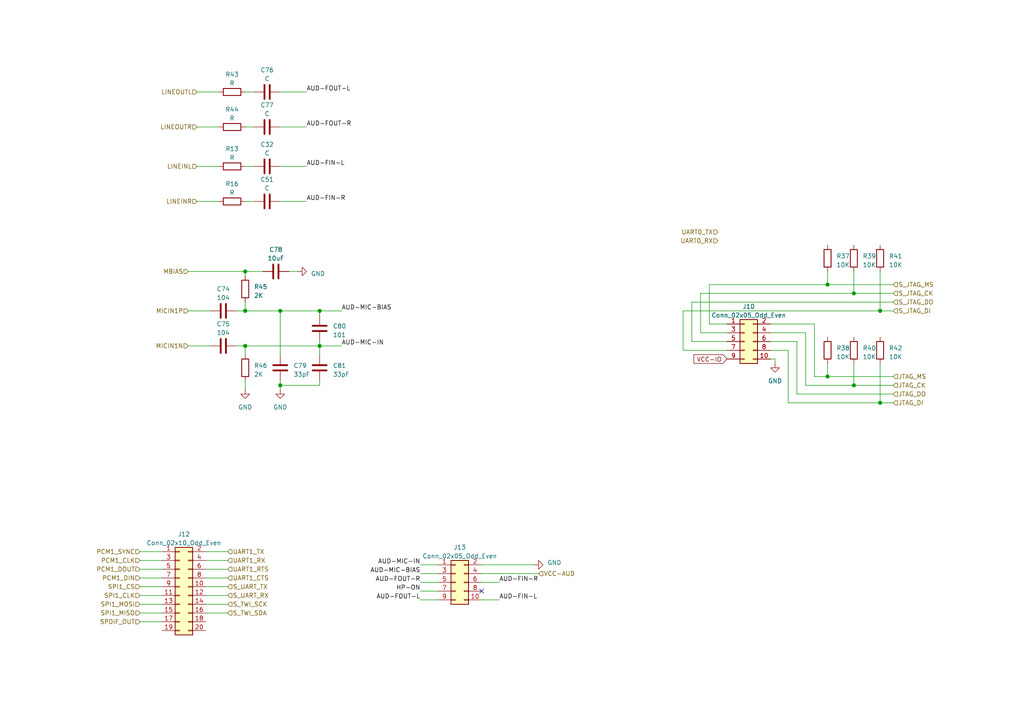
<source format=kicad_sch>
(kicad_sch (version 20210406) (generator eeschema)
  (paper "A4")
  (lib_symbols
    (symbol "Connector_Generic:Conn_02x05_Odd_Even" (pin_names (offset 1.016) hide)
      (property "Reference" "J" (at 1.27 7.62 0))
      (property "Value" "Conn_02x05_Odd_Even" (at 1.27 -7.62 0))
      (symbol "Conn_02x05_Odd_Even_1_1"
        (rectangle (start -1.27 -4.953) (end 0 -5.207) (stroke (width 0.1524)))
        (rectangle (start -1.27 -2.413) (end 0 -2.667) (stroke (width 0.1524)))
        (rectangle (start -1.27 0.127) (end 0 -0.127) (stroke (width 0.1524)))
        (rectangle (start -1.27 2.667) (end 0 2.413) (stroke (width 0.1524)))
        (rectangle (start -1.27 5.207) (end 0 4.953) (stroke (width 0.1524)))
        (rectangle (start 3.81 -4.953) (end 2.54 -5.207) (stroke (width 0.1524)))
        (rectangle (start 3.81 -2.413) (end 2.54 -2.667) (stroke (width 0.1524)))
        (rectangle (start 3.81 0.127) (end 2.54 -0.127) (stroke (width 0.1524)))
        (rectangle (start 3.81 2.667) (end 2.54 2.413) (stroke (width 0.1524)))
        (rectangle (start 3.81 5.207) (end 2.54 4.953) (stroke (width 0.1524)))
        (rectangle (start -1.27 6.35) (end 3.81 -6.35) (stroke (width 0.254)) (fill (type background)))
        (pin passive line (at -5.08 5.08 0) (length 3.81) (name "Pin_1") (number "1"))
        (pin passive line (at 7.62 -5.08 180) (length 3.81) (name "Pin_10") (number "10"))
        (pin passive line (at 7.62 5.08 180) (length 3.81) (name "Pin_2") (number "2"))
        (pin passive line (at -5.08 2.54 0) (length 3.81) (name "Pin_3") (number "3"))
        (pin passive line (at 7.62 2.54 180) (length 3.81) (name "Pin_4") (number "4"))
        (pin passive line (at -5.08 0 0) (length 3.81) (name "Pin_5") (number "5"))
        (pin passive line (at 7.62 0 180) (length 3.81) (name "Pin_6") (number "6"))
        (pin passive line (at -5.08 -2.54 0) (length 3.81) (name "Pin_7") (number "7"))
        (pin passive line (at 7.62 -2.54 180) (length 3.81) (name "Pin_8") (number "8"))
        (pin passive line (at -5.08 -5.08 0) (length 3.81) (name "Pin_9") (number "9"))
      )
    )
    (symbol "Connector_Generic:Conn_02x10_Odd_Even" (pin_names (offset 1.016) hide)
      (property "Reference" "J" (at 1.27 12.7 0))
      (property "Value" "Conn_02x10_Odd_Even" (at 1.27 -15.24 0))
      (symbol "Conn_02x10_Odd_Even_1_1"
        (rectangle (start -1.27 -12.573) (end 0 -12.827) (stroke (width 0.1524)))
        (rectangle (start -1.27 -10.033) (end 0 -10.287) (stroke (width 0.1524)))
        (rectangle (start -1.27 -7.493) (end 0 -7.747) (stroke (width 0.1524)))
        (rectangle (start -1.27 -4.953) (end 0 -5.207) (stroke (width 0.1524)))
        (rectangle (start -1.27 -2.413) (end 0 -2.667) (stroke (width 0.1524)))
        (rectangle (start -1.27 0.127) (end 0 -0.127) (stroke (width 0.1524)))
        (rectangle (start -1.27 2.667) (end 0 2.413) (stroke (width 0.1524)))
        (rectangle (start -1.27 5.207) (end 0 4.953) (stroke (width 0.1524)))
        (rectangle (start -1.27 7.747) (end 0 7.493) (stroke (width 0.1524)))
        (rectangle (start -1.27 10.287) (end 0 10.033) (stroke (width 0.1524)))
        (rectangle (start 3.81 -12.573) (end 2.54 -12.827) (stroke (width 0.1524)))
        (rectangle (start 3.81 -10.033) (end 2.54 -10.287) (stroke (width 0.1524)))
        (rectangle (start 3.81 -7.493) (end 2.54 -7.747) (stroke (width 0.1524)))
        (rectangle (start 3.81 -4.953) (end 2.54 -5.207) (stroke (width 0.1524)))
        (rectangle (start 3.81 -2.413) (end 2.54 -2.667) (stroke (width 0.1524)))
        (rectangle (start 3.81 0.127) (end 2.54 -0.127) (stroke (width 0.1524)))
        (rectangle (start 3.81 2.667) (end 2.54 2.413) (stroke (width 0.1524)))
        (rectangle (start 3.81 5.207) (end 2.54 4.953) (stroke (width 0.1524)))
        (rectangle (start 3.81 7.747) (end 2.54 7.493) (stroke (width 0.1524)))
        (rectangle (start 3.81 10.287) (end 2.54 10.033) (stroke (width 0.1524)))
        (rectangle (start -1.27 11.43) (end 3.81 -13.97) (stroke (width 0.254)) (fill (type background)))
        (pin passive line (at -5.08 10.16 0) (length 3.81) (name "Pin_1") (number "1"))
        (pin passive line (at 7.62 0 180) (length 3.81) (name "Pin_10") (number "10"))
        (pin passive line (at -5.08 -2.54 0) (length 3.81) (name "Pin_11") (number "11"))
        (pin passive line (at 7.62 -2.54 180) (length 3.81) (name "Pin_12") (number "12"))
        (pin passive line (at -5.08 -5.08 0) (length 3.81) (name "Pin_13") (number "13"))
        (pin passive line (at 7.62 -5.08 180) (length 3.81) (name "Pin_14") (number "14"))
        (pin passive line (at -5.08 -7.62 0) (length 3.81) (name "Pin_15") (number "15"))
        (pin passive line (at 7.62 -7.62 180) (length 3.81) (name "Pin_16") (number "16"))
        (pin passive line (at -5.08 -10.16 0) (length 3.81) (name "Pin_17") (number "17"))
        (pin passive line (at 7.62 -10.16 180) (length 3.81) (name "Pin_18") (number "18"))
        (pin passive line (at -5.08 -12.7 0) (length 3.81) (name "Pin_19") (number "19"))
        (pin passive line (at 7.62 10.16 180) (length 3.81) (name "Pin_2") (number "2"))
        (pin passive line (at 7.62 -12.7 180) (length 3.81) (name "Pin_20") (number "20"))
        (pin passive line (at -5.08 7.62 0) (length 3.81) (name "Pin_3") (number "3"))
        (pin passive line (at 7.62 7.62 180) (length 3.81) (name "Pin_4") (number "4"))
        (pin passive line (at -5.08 5.08 0) (length 3.81) (name "Pin_5") (number "5"))
        (pin passive line (at 7.62 5.08 180) (length 3.81) (name "Pin_6") (number "6"))
        (pin passive line (at -5.08 2.54 0) (length 3.81) (name "Pin_7") (number "7"))
        (pin passive line (at 7.62 2.54 180) (length 3.81) (name "Pin_8") (number "8"))
        (pin passive line (at -5.08 0 0) (length 3.81) (name "Pin_9") (number "9"))
      )
    )
    (symbol "Device:C" (pin_numbers hide) (pin_names (offset 0.254))
      (property "Reference" "C" (at 0.635 2.54 0))
      (property "Value" "C" (at 0.635 -2.54 0))
      (symbol "C_0_1"
        (polyline (pts (xy -2.032 -0.762) (xy 2.032 -0.762)) (stroke (width 0.508)))
        (polyline (pts (xy -2.032 0.762) (xy 2.032 0.762)) (stroke (width 0.508)))
      )
      (symbol "C_1_1"
        (pin passive line (at 0 3.81 270) (length 2.794) (name "~") (number "1"))
        (pin passive line (at 0 -3.81 90) (length 2.794) (name "~") (number "2"))
      )
    )
    (symbol "Device:R" (pin_numbers hide) (pin_names (offset 0))
      (property "Reference" "R" (at 2.032 0 90))
      (property "Value" "R" (at 0 0 90))
      (symbol "R_0_1"
        (rectangle (start -1.016 -2.54) (end 1.016 2.54) (stroke (width 0.254)))
      )
      (symbol "R_1_1"
        (pin passive line (at 0 3.81 270) (length 1.27) (name "~") (number "1"))
        (pin passive line (at 0 -3.81 90) (length 1.27) (name "~") (number "2"))
      )
    )
    (symbol "power:GND" (power) (pin_names (offset 0))
      (property "Value" "GND" (at 0 -3.81 0))
      (symbol "GND_0_1"
        (polyline (pts (xy 0 0) (xy 0 -1.27) (xy 1.27 -1.27) (xy 0 -2.54) (xy -1.27 -1.27) (xy 0 -1.27)))
      )
      (symbol "GND_1_1"
        (pin power_in line (at 0 0 270) (length 0) hide (name "GND") (number "1"))
      )
    )
  )
  (junction (at 71.12 78.74) (diameter 1.016))
  (junction (at 71.12 90.17) (diameter 1.016))
  (junction (at 71.12 100.33) (diameter 1.016))
  (junction (at 81.28 90.17) (diameter 1.016))
  (junction (at 81.28 111.76) (diameter 1.016))
  (junction (at 92.71 90.17) (diameter 1.016))
  (junction (at 92.71 100.33) (diameter 1.016))
  (junction (at 240.03 82.55) (diameter 1.016))
  (junction (at 240.03 109.22) (diameter 1.016))
  (junction (at 247.65 85.09) (diameter 1.016))
  (junction (at 247.65 111.76) (diameter 1.016))
  (junction (at 255.27 90.17) (diameter 1.016))
  (junction (at 255.27 116.84) (diameter 1.016))
  (no_connect (at 139.7 171.45))
  (wire (pts (xy 40.64 160.02) (xy 46.99 160.02)))
  (wire (pts (xy 40.64 162.56) (xy 46.99 162.56)))
  (wire (pts (xy 40.64 165.1) (xy 46.99 165.1)))
  (wire (pts (xy 40.64 167.64) (xy 46.99 167.64)))
  (wire (pts (xy 40.64 170.18) (xy 46.99 170.18)))
  (wire (pts (xy 40.64 172.72) (xy 46.99 172.72)))
  (wire (pts (xy 40.64 175.26) (xy 46.99 175.26)))
  (wire (pts (xy 40.64 177.8) (xy 46.99 177.8)))
  (wire (pts (xy 40.64 180.34) (xy 46.99 180.34)))
  (wire (pts (xy 54.61 78.74) (xy 71.12 78.74)))
  (wire (pts (xy 54.61 90.17) (xy 60.96 90.17)))
  (wire (pts (xy 54.61 100.33) (xy 60.96 100.33)))
  (wire (pts (xy 57.15 26.67) (xy 63.5 26.67)))
  (wire (pts (xy 57.15 36.83) (xy 63.5 36.83)))
  (wire (pts (xy 57.15 48.26) (xy 63.5 48.26)))
  (wire (pts (xy 57.15 58.42) (xy 63.5 58.42)))
  (wire (pts (xy 66.04 160.02) (xy 59.69 160.02)))
  (wire (pts (xy 66.04 162.56) (xy 59.69 162.56)))
  (wire (pts (xy 66.04 165.1) (xy 59.69 165.1)))
  (wire (pts (xy 66.04 167.64) (xy 59.69 167.64)))
  (wire (pts (xy 66.04 170.18) (xy 59.69 170.18)))
  (wire (pts (xy 66.04 172.72) (xy 59.69 172.72)))
  (wire (pts (xy 66.04 175.26) (xy 59.69 175.26)))
  (wire (pts (xy 66.04 177.8) (xy 59.69 177.8)))
  (wire (pts (xy 68.58 90.17) (xy 71.12 90.17)))
  (wire (pts (xy 68.58 100.33) (xy 71.12 100.33)))
  (wire (pts (xy 71.12 78.74) (xy 71.12 80.01)))
  (wire (pts (xy 71.12 87.63) (xy 71.12 90.17)))
  (wire (pts (xy 71.12 90.17) (xy 81.28 90.17)))
  (wire (pts (xy 71.12 100.33) (xy 71.12 102.87)))
  (wire (pts (xy 71.12 100.33) (xy 92.71 100.33)))
  (wire (pts (xy 71.12 113.03) (xy 71.12 110.49)))
  (wire (pts (xy 73.66 26.67) (xy 71.12 26.67)))
  (wire (pts (xy 73.66 36.83) (xy 71.12 36.83)))
  (wire (pts (xy 73.66 48.26) (xy 71.12 48.26)))
  (wire (pts (xy 73.66 58.42) (xy 71.12 58.42)))
  (wire (pts (xy 76.2 78.74) (xy 71.12 78.74)))
  (wire (pts (xy 81.28 90.17) (xy 81.28 102.87)))
  (wire (pts (xy 81.28 90.17) (xy 92.71 90.17)))
  (wire (pts (xy 81.28 111.76) (xy 81.28 110.49)))
  (wire (pts (xy 81.28 111.76) (xy 92.71 111.76)))
  (wire (pts (xy 81.28 113.03) (xy 81.28 111.76)))
  (wire (pts (xy 86.36 78.74) (xy 83.82 78.74)))
  (wire (pts (xy 88.9 26.67) (xy 81.28 26.67)))
  (wire (pts (xy 88.9 36.83) (xy 81.28 36.83)))
  (wire (pts (xy 88.9 48.26) (xy 81.28 48.26)))
  (wire (pts (xy 88.9 58.42) (xy 81.28 58.42)))
  (wire (pts (xy 92.71 90.17) (xy 92.71 91.44)))
  (wire (pts (xy 92.71 90.17) (xy 99.06 90.17)))
  (wire (pts (xy 92.71 99.06) (xy 92.71 100.33)))
  (wire (pts (xy 92.71 100.33) (xy 92.71 102.87)))
  (wire (pts (xy 92.71 100.33) (xy 99.06 100.33)))
  (wire (pts (xy 92.71 111.76) (xy 92.71 110.49)))
  (wire (pts (xy 121.92 163.83) (xy 127 163.83)))
  (wire (pts (xy 121.92 166.37) (xy 127 166.37)))
  (wire (pts (xy 121.92 168.91) (xy 127 168.91)))
  (wire (pts (xy 121.92 171.45) (xy 127 171.45)))
  (wire (pts (xy 121.92 173.99) (xy 127 173.99)))
  (wire (pts (xy 144.78 168.91) (xy 139.7 168.91)))
  (wire (pts (xy 144.78 173.99) (xy 139.7 173.99)))
  (wire (pts (xy 154.94 163.83) (xy 139.7 163.83)))
  (wire (pts (xy 156.21 166.37) (xy 139.7 166.37)))
  (wire (pts (xy 198.12 90.17) (xy 198.12 101.6)))
  (wire (pts (xy 198.12 90.17) (xy 255.27 90.17)))
  (wire (pts (xy 198.12 101.6) (xy 210.82 101.6)))
  (wire (pts (xy 200.66 87.63) (xy 200.66 99.06)))
  (wire (pts (xy 200.66 87.63) (xy 259.08 87.63)))
  (wire (pts (xy 200.66 99.06) (xy 210.82 99.06)))
  (wire (pts (xy 203.2 85.09) (xy 203.2 96.52)))
  (wire (pts (xy 203.2 85.09) (xy 247.65 85.09)))
  (wire (pts (xy 203.2 96.52) (xy 210.82 96.52)))
  (wire (pts (xy 205.74 82.55) (xy 205.74 93.98)))
  (wire (pts (xy 205.74 82.55) (xy 240.03 82.55)))
  (wire (pts (xy 205.74 93.98) (xy 210.82 93.98)))
  (wire (pts (xy 223.52 96.52) (xy 233.68 96.52)))
  (wire (pts (xy 223.52 99.06) (xy 231.14 99.06)))
  (wire (pts (xy 223.52 101.6) (xy 228.6 101.6)))
  (wire (pts (xy 223.52 104.14) (xy 224.79 104.14)))
  (wire (pts (xy 224.79 104.14) (xy 224.79 105.41)))
  (wire (pts (xy 228.6 101.6) (xy 228.6 116.84)))
  (wire (pts (xy 228.6 116.84) (xy 255.27 116.84)))
  (wire (pts (xy 231.14 99.06) (xy 231.14 114.3)))
  (wire (pts (xy 231.14 114.3) (xy 259.08 114.3)))
  (wire (pts (xy 233.68 96.52) (xy 233.68 111.76)))
  (wire (pts (xy 233.68 111.76) (xy 247.65 111.76)))
  (wire (pts (xy 236.22 93.98) (xy 223.52 93.98)))
  (wire (pts (xy 236.22 109.22) (xy 236.22 93.98)))
  (wire (pts (xy 240.03 78.74) (xy 240.03 82.55)))
  (wire (pts (xy 240.03 105.41) (xy 240.03 109.22)))
  (wire (pts (xy 240.03 109.22) (xy 236.22 109.22)))
  (wire (pts (xy 247.65 78.74) (xy 247.65 85.09)))
  (wire (pts (xy 247.65 105.41) (xy 247.65 111.76)))
  (wire (pts (xy 255.27 78.74) (xy 255.27 90.17)))
  (wire (pts (xy 255.27 105.41) (xy 255.27 116.84)))
  (wire (pts (xy 259.08 82.55) (xy 240.03 82.55)))
  (wire (pts (xy 259.08 85.09) (xy 247.65 85.09)))
  (wire (pts (xy 259.08 90.17) (xy 255.27 90.17)))
  (wire (pts (xy 259.08 109.22) (xy 240.03 109.22)))
  (wire (pts (xy 259.08 111.76) (xy 247.65 111.76)))
  (wire (pts (xy 259.08 116.84) (xy 255.27 116.84)))
  (label "AUD-FOUT-L" (at 88.9 26.67 0))
  (label "AUD-FOUT-R" (at 88.9 36.83 0))
  (label "AUD-FIN-L" (at 88.9 48.26 0))
  (label "AUD-FIN-R" (at 88.9 58.42 0))
  (label "AUD-MIC-BIAS" (at 99.06 90.17 0))
  (label "AUD-MIC-IN" (at 99.06 100.33 0))
  (label "AUD-MIC-IN" (at 121.92 163.83 180))
  (label "AUD-MIC-BIAS" (at 121.92 166.37 180))
  (label "AUD-FOUT-R" (at 121.92 168.91 180))
  (label "HP-ON" (at 121.92 171.45 180))
  (label "AUD-FOUT-L" (at 121.92 173.99 180))
  (label "AUD-FIN-R" (at 144.78 168.91 0))
  (label "AUD-FIN-L" (at 144.78 173.99 0))
  (global_label "VCC-IO" (shape input) (at 210.82 104.14 180) (property "Intersheet References" "${INTERSHEET_REFS}" (effects hide)))
  (hierarchical_label "PCM1_SYNC" (shape input) (at 40.64 160.02 180))
  (hierarchical_label "PCM1_CLK" (shape input) (at 40.64 162.56 180))
  (hierarchical_label "PCM1_DOUT" (shape input) (at 40.64 165.1 180))
  (hierarchical_label "PCM1_DIN" (shape input) (at 40.64 167.64 180))
  (hierarchical_label "SPI1_CS" (shape input) (at 40.64 170.18 180))
  (hierarchical_label "SPI1_CLK" (shape input) (at 40.64 172.72 180))
  (hierarchical_label "SPI1_MOSI" (shape input) (at 40.64 175.26 180))
  (hierarchical_label "SPI1_MISO" (shape input) (at 40.64 177.8 180))
  (hierarchical_label "SPDIF_OUT" (shape input) (at 40.64 180.34 180))
  (hierarchical_label "MBIAS" (shape input) (at 54.61 78.74 180))
  (hierarchical_label "MICIN1P" (shape input) (at 54.61 90.17 180))
  (hierarchical_label "MICIN1N" (shape input) (at 54.61 100.33 180))
  (hierarchical_label "LINEOUTL" (shape input) (at 57.15 26.67 180))
  (hierarchical_label "LINEOUTR" (shape input) (at 57.15 36.83 180))
  (hierarchical_label "LINEINL" (shape input) (at 57.15 48.26 180))
  (hierarchical_label "LINEINR" (shape input) (at 57.15 58.42 180))
  (hierarchical_label "UART1_TX" (shape input) (at 66.04 160.02 0))
  (hierarchical_label "UART1_RX" (shape input) (at 66.04 162.56 0))
  (hierarchical_label "UART1_RTS" (shape input) (at 66.04 165.1 0))
  (hierarchical_label "UART1_CTS" (shape input) (at 66.04 167.64 0))
  (hierarchical_label "S_UART_TX" (shape input) (at 66.04 170.18 0))
  (hierarchical_label "S_UART_RX" (shape input) (at 66.04 172.72 0))
  (hierarchical_label "S_TWI_SCK" (shape input) (at 66.04 175.26 0))
  (hierarchical_label "S_TWI_SDA" (shape input) (at 66.04 177.8 0))
  (hierarchical_label "VCC-AUD" (shape input) (at 156.21 166.37 0))
  (hierarchical_label "UART0_TX" (shape input) (at 208.28 67.31 180))
  (hierarchical_label "UART0_RX" (shape input) (at 208.28 69.85 180))
  (hierarchical_label "S_JTAG_MS" (shape input) (at 259.08 82.55 0))
  (hierarchical_label "S_JTAG_CK" (shape input) (at 259.08 85.09 0))
  (hierarchical_label "S_JTAG_DO" (shape input) (at 259.08 87.63 0))
  (hierarchical_label "S_JTAG_DI" (shape input) (at 259.08 90.17 0))
  (hierarchical_label "JTAG_MS" (shape input) (at 259.08 109.22 0))
  (hierarchical_label "JTAG_CK" (shape input) (at 259.08 111.76 0))
  (hierarchical_label "JTAG_DO" (shape input) (at 259.08 114.3 0))
  (hierarchical_label "JTAG_DI" (shape input) (at 259.08 116.84 0))
  (symbol (lib_id "power:GND") (at 71.12 113.03 0) (unit 1)
    (property "Reference" "#PWR0207" (effects hide))
    (property "Value" "GND" (at 71.12 118.11 0))
  )
  (symbol (lib_id "power:GND") (at 81.28 113.03 0) (unit 1)
    (property "Reference" "#PWR0199" (effects hide))
    (property "Value" "GND" (at 81.28 118.11 0))
  )
  (symbol (lib_id "power:GND") (at 86.36 78.74 90) (unit 1)
    (property "Reference" "#PWR0210" (effects hide))
    (property "Value" "GND" (at 90.17 79.3749 90) (effects (justify right)))
  )
  (symbol (lib_id "power:GND") (at 154.94 163.83 90) (unit 1)
    (property "Reference" "#PWR0208" (effects hide))
    (property "Value" "GND" (at 158.75 163.1949 90) (effects (justify right)))
  )
  (symbol (lib_id "power:GND") (at 224.79 105.41 0) (unit 1)
    (property "Reference" "#PWR0198" (effects hide))
    (property "Value" "GND" (at 224.79 110.49 0))
  )
  (symbol (lib_id "Device:R") (at 67.31 26.67 90) (unit 1)
    (property "Reference" "R43" (at 67.31 21.59 90))
    (property "Value" "R" (at 67.31 24.13 90))
    (property "Footprint" "Resistor_SMD:R_0402_1005Metric" (effects hide))
  )
  (symbol (lib_id "Device:R") (at 67.31 36.83 90) (unit 1)
    (property "Reference" "R44" (at 67.31 31.75 90))
    (property "Value" "R" (at 67.31 34.29 90))
    (property "Footprint" "Resistor_SMD:R_0402_1005Metric" (effects hide))
  )
  (symbol (lib_id "Device:R") (at 67.31 48.26 90) (unit 1)
    (property "Reference" "R13" (at 67.31 43.18 90))
    (property "Value" "R" (at 67.31 45.72 90))
    (property "Footprint" "Resistor_SMD:R_0402_1005Metric" (effects hide))
  )
  (symbol (lib_id "Device:R") (at 67.31 58.42 90) (unit 1)
    (property "Reference" "R16" (at 67.31 53.34 90))
    (property "Value" "R" (at 67.31 55.88 90))
    (property "Footprint" "Resistor_SMD:R_0402_1005Metric" (effects hide))
  )
  (symbol (lib_id "Device:R") (at 71.12 83.82 0) (unit 1)
    (property "Reference" "R45" (at 73.66 83.1849 0) (effects (justify left)))
    (property "Value" "2K" (at 73.66 85.7249 0) (effects (justify left)))
    (property "Footprint" "Resistor_SMD:R_0402_1005Metric" (effects hide))
  )
  (symbol (lib_id "Device:R") (at 71.12 106.68 0) (unit 1)
    (property "Reference" "R46" (at 73.66 106.0449 0) (effects (justify left)))
    (property "Value" "2K" (at 73.66 108.5849 0) (effects (justify left)))
    (property "Footprint" "Resistor_SMD:R_0402_1005Metric" (effects hide))
  )
  (symbol (lib_id "Device:R") (at 240.03 74.93 0) (unit 1)
    (property "Reference" "R37" (at 242.57 74.2949 0) (effects (justify left)))
    (property "Value" "10K" (at 242.57 76.8349 0) (effects (justify left)))
    (property "Footprint" "Resistor_SMD:R_0402_1005Metric" (effects hide))
  )
  (symbol (lib_id "Device:R") (at 240.03 101.6 0) (unit 1)
    (property "Reference" "R38" (at 242.57 100.9649 0) (effects (justify left)))
    (property "Value" "10K" (at 242.57 103.5049 0) (effects (justify left)))
    (property "Footprint" "Resistor_SMD:R_0402_1005Metric" (effects hide))
  )
  (symbol (lib_id "Device:R") (at 247.65 74.93 0) (unit 1)
    (property "Reference" "R39" (at 250.19 74.2949 0) (effects (justify left)))
    (property "Value" "10K" (at 250.19 76.8349 0) (effects (justify left)))
    (property "Footprint" "Resistor_SMD:R_0402_1005Metric" (effects hide))
  )
  (symbol (lib_id "Device:R") (at 247.65 101.6 0) (unit 1)
    (property "Reference" "R40" (at 250.19 100.9649 0) (effects (justify left)))
    (property "Value" "10K" (at 250.19 103.5049 0) (effects (justify left)))
    (property "Footprint" "Resistor_SMD:R_0402_1005Metric" (effects hide))
  )
  (symbol (lib_id "Device:R") (at 255.27 74.93 0) (unit 1)
    (property "Reference" "R41" (at 257.81 74.2949 0) (effects (justify left)))
    (property "Value" "10K" (at 257.81 76.8349 0) (effects (justify left)))
    (property "Footprint" "Resistor_SMD:R_0402_1005Metric" (effects hide))
  )
  (symbol (lib_id "Device:R") (at 255.27 101.6 0) (unit 1)
    (property "Reference" "R42" (at 257.81 100.9649 0) (effects (justify left)))
    (property "Value" "10K" (at 257.81 103.5049 0) (effects (justify left)))
    (property "Footprint" "Resistor_SMD:R_0402_1005Metric" (effects hide))
  )
  (symbol (lib_id "Device:C") (at 64.77 90.17 90) (unit 1)
    (property "Reference" "C74" (at 64.77 83.82 90))
    (property "Value" "104" (at 64.77 86.36 90))
    (property "Footprint" "Capacitor_SMD:C_0402_1005Metric" (effects hide))
  )
  (symbol (lib_id "Device:C") (at 64.77 100.33 90) (unit 1)
    (property "Reference" "C75" (at 64.77 93.98 90))
    (property "Value" "104" (at 64.77 96.52 90))
    (property "Footprint" "Capacitor_SMD:C_0402_1005Metric" (effects hide))
  )
  (symbol (lib_id "Device:C") (at 77.47 26.67 90) (unit 1)
    (property "Reference" "C76" (at 77.47 20.32 90))
    (property "Value" "C" (at 77.47 22.86 90))
    (property "Footprint" "Capacitor_SMD:C_0402_1005Metric" (effects hide))
  )
  (symbol (lib_id "Device:C") (at 77.47 36.83 90) (unit 1)
    (property "Reference" "C77" (at 77.47 30.48 90))
    (property "Value" "C" (at 77.47 33.02 90))
    (property "Footprint" "Capacitor_SMD:C_0402_1005Metric" (effects hide))
  )
  (symbol (lib_id "Device:C") (at 77.47 48.26 90) (unit 1)
    (property "Reference" "C32" (at 77.47 41.91 90))
    (property "Value" "C" (at 77.47 44.45 90))
    (property "Footprint" "Capacitor_SMD:C_0402_1005Metric" (effects hide))
  )
  (symbol (lib_id "Device:C") (at 77.47 58.42 90) (unit 1)
    (property "Reference" "C51" (at 77.47 52.07 90))
    (property "Value" "C" (at 77.47 54.61 90))
    (property "Footprint" "Capacitor_SMD:C_0402_1005Metric" (effects hide))
  )
  (symbol (lib_id "Device:C") (at 80.01 78.74 90) (unit 1)
    (property "Reference" "C78" (at 80.01 72.39 90))
    (property "Value" "10uF" (at 80.01 74.93 90))
    (property "Footprint" "Capacitor_SMD:C_0603_1608Metric" (effects hide))
  )
  (symbol (lib_id "Device:C") (at 81.28 106.68 0) (unit 1)
    (property "Reference" "C79" (at 85.09 106.0449 0) (effects (justify left)))
    (property "Value" "33pF" (at 85.09 108.5849 0) (effects (justify left)))
    (property "Footprint" "Capacitor_SMD:C_0402_1005Metric" (effects hide))
  )
  (symbol (lib_id "Device:C") (at 92.71 95.25 0) (unit 1)
    (property "Reference" "C80" (at 96.52 94.6149 0) (effects (justify left)))
    (property "Value" "101" (at 96.52 97.1549 0) (effects (justify left)))
    (property "Footprint" "Capacitor_SMD:C_0402_1005Metric" (effects hide))
  )
  (symbol (lib_id "Device:C") (at 92.71 106.68 0) (unit 1)
    (property "Reference" "C81" (at 96.52 106.0449 0) (effects (justify left)))
    (property "Value" "33pF" (at 96.52 108.5849 0) (effects (justify left)))
    (property "Footprint" "Capacitor_SMD:C_0402_1005Metric" (effects hide))
  )
  (symbol (lib_id "Connector_Generic:Conn_02x05_Odd_Even") (at 132.08 168.91 0) (unit 1)
    (property "Reference" "J13" (at 133.35 158.75 0))
    (property "Value" "Conn_02x05_Odd_Even" (at 133.35 161.29 0))
    (property "Footprint" "Connector_PinHeader_2.54mm:PinHeader_2x05_P2.54mm_Vertical" (effects hide))
  )
  (symbol (lib_id "Connector_Generic:Conn_02x05_Odd_Even") (at 215.9 99.06 0) (unit 1)
    (property "Reference" "J10" (at 217.17 88.9 0))
    (property "Value" "Conn_02x05_Odd_Even" (at 217.17 91.44 0))
    (property "Footprint" "Connector_PinHeader_2.54mm:PinHeader_2x05_P2.54mm_Vertical" (effects hide))
  )
  (symbol (lib_id "Connector_Generic:Conn_02x10_Odd_Even") (at 52.07 170.18 0) (unit 1)
    (property "Reference" "J12" (at 53.34 154.94 0))
    (property "Value" "Conn_02x10_Odd_Even" (at 53.34 157.48 0))
  )
)
</source>
